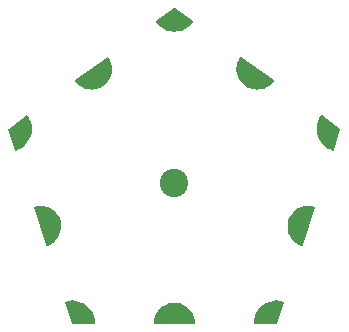
<source format=gbr>
G04 EAGLE Gerber RS-274X export*
G75*
%MOMM*%
%FSLAX34Y34*%
%LPD*%
%INSoldermask Bottom*%
%IPPOS*%
%AMOC8*
5,1,8,0,0,1.08239X$1,22.5*%
G01*
%ADD10C,2.401600*%
%ADD11C,0.901600*%

G36*
X418224Y425214D02*
X418224Y425214D01*
X418257Y425222D01*
X418306Y425223D01*
X421059Y425776D01*
X421091Y425789D01*
X421138Y425799D01*
X423763Y426796D01*
X423792Y426815D01*
X423837Y426832D01*
X426262Y428248D01*
X426288Y428271D01*
X426329Y428295D01*
X428488Y430091D01*
X428510Y430119D01*
X428547Y430149D01*
X430380Y432276D01*
X430394Y432301D01*
X430415Y432322D01*
X430443Y432388D01*
X430477Y432449D01*
X430481Y432479D01*
X430492Y432505D01*
X430491Y432576D01*
X430499Y432647D01*
X430491Y432675D01*
X430491Y432704D01*
X430463Y432770D01*
X430442Y432838D01*
X430424Y432860D01*
X430412Y432887D01*
X430342Y432958D01*
X430336Y432966D01*
X430325Y432981D01*
X430322Y432983D01*
X430315Y432991D01*
X430305Y432996D01*
X430296Y433006D01*
X402796Y453006D01*
X402769Y453018D01*
X402747Y453037D01*
X402679Y453059D01*
X402615Y453088D01*
X402586Y453089D01*
X402558Y453098D01*
X402487Y453092D01*
X402416Y453094D01*
X402389Y453083D01*
X402360Y453081D01*
X402297Y453047D01*
X402231Y453021D01*
X402210Y453001D01*
X402184Y452987D01*
X402137Y452933D01*
X402130Y452928D01*
X402122Y452916D01*
X402119Y452912D01*
X402089Y452882D01*
X402084Y452872D01*
X402075Y452861D01*
X400617Y450462D01*
X400605Y450429D01*
X400580Y450388D01*
X399537Y447781D01*
X399535Y447771D01*
X399533Y447768D01*
X399528Y447742D01*
X399512Y447702D01*
X398912Y444959D01*
X398912Y444924D01*
X398901Y444877D01*
X398761Y442073D01*
X398766Y442039D01*
X398763Y441991D01*
X399086Y439201D01*
X399097Y439168D01*
X399102Y439120D01*
X399880Y436422D01*
X399894Y436396D01*
X399894Y436395D01*
X399895Y436394D01*
X399896Y436391D01*
X399909Y436345D01*
X401121Y433812D01*
X401141Y433784D01*
X401162Y433741D01*
X402774Y431441D01*
X402799Y431417D01*
X402826Y431378D01*
X404795Y429375D01*
X404823Y429355D01*
X404857Y429321D01*
X407128Y427669D01*
X407159Y427655D01*
X407198Y427627D01*
X409710Y426371D01*
X409744Y426362D01*
X409787Y426341D01*
X412471Y425516D01*
X412506Y425513D01*
X412552Y425498D01*
X415335Y425127D01*
X415369Y425129D01*
X415417Y425122D01*
X418224Y425214D01*
G37*
G36*
X277021Y425128D02*
X277021Y425128D01*
X277069Y425127D01*
X279853Y425498D01*
X279885Y425510D01*
X279933Y425516D01*
X282617Y426341D01*
X282648Y426357D01*
X282694Y426371D01*
X285206Y427627D01*
X285233Y427648D01*
X285276Y427669D01*
X287547Y429321D01*
X287570Y429347D01*
X287609Y429375D01*
X289578Y431378D01*
X289596Y431407D01*
X289630Y431441D01*
X291242Y433741D01*
X291256Y433772D01*
X291283Y433812D01*
X292495Y436345D01*
X292503Y436379D01*
X292524Y436422D01*
X293302Y439120D01*
X293304Y439155D01*
X293318Y439201D01*
X293641Y441991D01*
X293638Y442025D01*
X293643Y442073D01*
X293503Y444877D01*
X293494Y444911D01*
X293492Y444959D01*
X292892Y447702D01*
X292878Y447734D01*
X292867Y447781D01*
X291824Y450388D01*
X291805Y450417D01*
X291787Y450462D01*
X290329Y452861D01*
X290309Y452883D01*
X290296Y452909D01*
X290256Y452943D01*
X290250Y452951D01*
X290240Y452957D01*
X290194Y453007D01*
X290167Y453019D01*
X290145Y453038D01*
X290077Y453060D01*
X290012Y453089D01*
X289983Y453090D01*
X289955Y453098D01*
X289885Y453092D01*
X289814Y453093D01*
X289786Y453083D01*
X289757Y453080D01*
X289679Y453041D01*
X289678Y453041D01*
X289678Y453040D01*
X289668Y453036D01*
X289629Y453020D01*
X289621Y453012D01*
X289608Y453006D01*
X262108Y433006D01*
X262089Y432984D01*
X262064Y432969D01*
X262056Y432958D01*
X262054Y432956D01*
X262022Y432912D01*
X261974Y432859D01*
X261964Y432832D01*
X261947Y432808D01*
X261931Y432739D01*
X261908Y432672D01*
X261909Y432643D01*
X261903Y432614D01*
X261915Y432544D01*
X261920Y432473D01*
X261933Y432447D01*
X261938Y432418D01*
X261989Y432333D01*
X262008Y432295D01*
X262017Y432288D01*
X262024Y432276D01*
X263857Y430149D01*
X263885Y430128D01*
X263916Y430091D01*
X266075Y428295D01*
X266105Y428279D01*
X266142Y428248D01*
X268567Y426832D01*
X268600Y426821D01*
X268641Y426796D01*
X271266Y425799D01*
X271300Y425793D01*
X271345Y425776D01*
X274098Y425223D01*
X274133Y425224D01*
X274180Y425214D01*
X276987Y425122D01*
X277021Y425128D01*
G37*
G36*
X363231Y226509D02*
X363231Y226509D01*
X363260Y226506D01*
X363327Y226528D01*
X363397Y226542D01*
X363421Y226559D01*
X363449Y226568D01*
X363502Y226615D01*
X363561Y226655D01*
X363577Y226679D01*
X363599Y226699D01*
X363630Y226763D01*
X363668Y226822D01*
X363673Y226851D01*
X363685Y226877D01*
X363694Y226977D01*
X363701Y227019D01*
X363698Y227029D01*
X363700Y227043D01*
X363468Y229841D01*
X363458Y229875D01*
X363454Y229923D01*
X362765Y232644D01*
X362750Y232676D01*
X362738Y232722D01*
X361610Y235294D01*
X361590Y235322D01*
X361571Y235366D01*
X360035Y237717D01*
X360011Y237741D01*
X359985Y237782D01*
X358083Y239847D01*
X358055Y239868D01*
X358022Y239903D01*
X355807Y241628D01*
X355776Y241643D01*
X355738Y241673D01*
X353268Y243009D01*
X353235Y243019D01*
X353193Y243042D01*
X350553Y243949D01*
X350537Y243954D01*
X350503Y243959D01*
X350457Y243974D01*
X347688Y244436D01*
X347653Y244435D01*
X347606Y244443D01*
X344798Y244443D01*
X344764Y244436D01*
X344716Y244436D01*
X341947Y243974D01*
X341914Y243962D01*
X341867Y243954D01*
X339211Y243042D01*
X339181Y243025D01*
X339136Y243009D01*
X336666Y241673D01*
X336640Y241651D01*
X336597Y241628D01*
X334382Y239903D01*
X334359Y239877D01*
X334321Y239847D01*
X332419Y237782D01*
X332401Y237752D01*
X332369Y237717D01*
X330833Y235366D01*
X330820Y235334D01*
X330794Y235294D01*
X329666Y232722D01*
X329659Y232689D01*
X329656Y232682D01*
X329650Y232673D01*
X329649Y232667D01*
X329639Y232644D01*
X328950Y229923D01*
X328948Y229888D01*
X328936Y229841D01*
X328704Y227043D01*
X328708Y227014D01*
X328703Y226985D01*
X328720Y226916D01*
X328728Y226846D01*
X328742Y226820D01*
X328749Y226792D01*
X328791Y226735D01*
X328826Y226673D01*
X328850Y226655D01*
X328867Y226632D01*
X328928Y226596D01*
X328985Y226553D01*
X329013Y226545D01*
X329038Y226530D01*
X329136Y226514D01*
X329177Y226503D01*
X329188Y226505D01*
X329202Y226503D01*
X363202Y226503D01*
X363231Y226509D01*
G37*
G36*
X454333Y292709D02*
X454333Y292709D01*
X454362Y292706D01*
X454429Y292729D01*
X454499Y292743D01*
X454523Y292760D01*
X454550Y292769D01*
X454604Y292816D01*
X454662Y292856D01*
X454678Y292881D01*
X454700Y292900D01*
X454746Y292988D01*
X454769Y293024D01*
X454770Y293035D01*
X454777Y293048D01*
X465277Y325348D01*
X465280Y325377D01*
X465291Y325404D01*
X465291Y325475D01*
X465299Y325545D01*
X465291Y325573D01*
X465291Y325602D01*
X465263Y325668D01*
X465243Y325736D01*
X465225Y325758D01*
X465213Y325785D01*
X465162Y325835D01*
X465117Y325890D01*
X465091Y325903D01*
X465070Y325923D01*
X464978Y325962D01*
X464941Y325982D01*
X464929Y325983D01*
X464917Y325988D01*
X462187Y326632D01*
X462152Y326633D01*
X462105Y326644D01*
X459307Y326830D01*
X459272Y326825D01*
X459224Y326828D01*
X456433Y326551D01*
X456400Y326541D01*
X456352Y326536D01*
X453645Y325803D01*
X453614Y325788D01*
X453567Y325775D01*
X451018Y324607D01*
X450990Y324586D01*
X450946Y324566D01*
X448623Y322994D01*
X448599Y322969D01*
X448559Y322942D01*
X446527Y321009D01*
X446507Y320981D01*
X446472Y320947D01*
X444786Y318706D01*
X444771Y318675D01*
X444742Y318636D01*
X443448Y316148D01*
X443438Y316115D01*
X443416Y316072D01*
X442549Y313405D01*
X442545Y313370D01*
X442530Y313325D01*
X442114Y310551D01*
X442115Y310516D01*
X442108Y310469D01*
X442154Y307664D01*
X442155Y307662D01*
X442162Y307630D01*
X442162Y307582D01*
X442669Y304824D01*
X442682Y304791D01*
X442691Y304744D01*
X443645Y302107D01*
X443663Y302077D01*
X443679Y302032D01*
X445054Y299587D01*
X445077Y299561D01*
X445101Y299519D01*
X446859Y297334D01*
X446886Y297312D01*
X446916Y297274D01*
X449011Y295409D01*
X449040Y295391D01*
X449076Y295359D01*
X451449Y293864D01*
X451482Y293852D01*
X451522Y293826D01*
X454109Y292742D01*
X454138Y292736D01*
X454163Y292722D01*
X454234Y292717D01*
X454304Y292703D01*
X454333Y292709D01*
G37*
G36*
X238104Y292708D02*
X238104Y292708D01*
X238133Y292704D01*
X238230Y292726D01*
X238272Y292733D01*
X238282Y292738D01*
X238295Y292742D01*
X240882Y293826D01*
X240910Y293845D01*
X240955Y293864D01*
X243328Y295359D01*
X243353Y295383D01*
X243394Y295409D01*
X245488Y297274D01*
X245509Y297302D01*
X245545Y297334D01*
X247303Y299519D01*
X247319Y299550D01*
X247350Y299587D01*
X248725Y302032D01*
X248735Y302065D01*
X248759Y302107D01*
X249713Y304744D01*
X249718Y304778D01*
X249735Y304824D01*
X250242Y307582D01*
X250241Y307617D01*
X250250Y307664D01*
X250296Y310469D01*
X250289Y310503D01*
X250290Y310551D01*
X249874Y313325D01*
X249862Y313357D01*
X249855Y313405D01*
X248988Y316072D01*
X248971Y316102D01*
X248956Y316148D01*
X247662Y318636D01*
X247640Y318663D01*
X247618Y318706D01*
X245932Y320947D01*
X245906Y320970D01*
X245877Y321009D01*
X243845Y322942D01*
X243816Y322960D01*
X243781Y322994D01*
X241458Y324566D01*
X241426Y324579D01*
X241386Y324607D01*
X238837Y325775D01*
X238803Y325783D01*
X238759Y325803D01*
X236052Y326536D01*
X236017Y326538D01*
X235971Y326551D01*
X233180Y326828D01*
X233145Y326825D01*
X233097Y326830D01*
X230299Y326644D01*
X230265Y326635D01*
X230217Y326632D01*
X227487Y325988D01*
X227461Y325976D01*
X227432Y325971D01*
X227371Y325934D01*
X227307Y325905D01*
X227287Y325883D01*
X227262Y325868D01*
X227221Y325810D01*
X227173Y325758D01*
X227163Y325730D01*
X227146Y325706D01*
X227131Y325637D01*
X227107Y325570D01*
X227109Y325541D01*
X227103Y325512D01*
X227117Y325414D01*
X227120Y325371D01*
X227125Y325361D01*
X227127Y325348D01*
X237627Y293048D01*
X237642Y293022D01*
X237648Y292994D01*
X237690Y292936D01*
X237725Y292875D01*
X237748Y292857D01*
X237765Y292833D01*
X237826Y292797D01*
X237883Y292753D01*
X237911Y292746D01*
X237936Y292731D01*
X238006Y292721D01*
X238075Y292703D01*
X238104Y292708D01*
G37*
G36*
X278630Y226508D02*
X278630Y226508D01*
X278658Y226506D01*
X278726Y226528D01*
X278797Y226542D01*
X278820Y226558D01*
X278847Y226567D01*
X278901Y226614D01*
X278961Y226655D01*
X278976Y226679D01*
X278997Y226697D01*
X279029Y226762D01*
X279068Y226822D01*
X279073Y226850D01*
X279085Y226875D01*
X279094Y226978D01*
X279101Y227019D01*
X279099Y227029D01*
X279100Y227041D01*
X278866Y230017D01*
X278857Y230049D01*
X278854Y230095D01*
X278158Y232998D01*
X278144Y233028D01*
X278134Y233072D01*
X276992Y235831D01*
X276973Y235858D01*
X276956Y235901D01*
X275397Y238446D01*
X275374Y238471D01*
X275351Y238510D01*
X273413Y240780D01*
X273386Y240801D01*
X273357Y240836D01*
X271088Y242775D01*
X271059Y242791D01*
X271024Y242821D01*
X268479Y244382D01*
X268448Y244393D01*
X268409Y244417D01*
X265651Y245560D01*
X265619Y245567D01*
X265577Y245585D01*
X262674Y246282D01*
X262641Y246283D01*
X262597Y246295D01*
X259621Y246529D01*
X259588Y246525D01*
X259542Y246529D01*
X256566Y246296D01*
X256534Y246287D01*
X256489Y246284D01*
X253586Y245587D01*
X253560Y245575D01*
X253532Y245571D01*
X253470Y245534D01*
X253405Y245504D01*
X253386Y245482D01*
X253362Y245468D01*
X253320Y245409D01*
X253272Y245356D01*
X253263Y245329D01*
X253246Y245306D01*
X253231Y245236D01*
X253207Y245168D01*
X253209Y245140D01*
X253203Y245112D01*
X253218Y245012D01*
X253221Y244970D01*
X253225Y244960D01*
X253227Y244947D01*
X259127Y226847D01*
X259142Y226821D01*
X259149Y226792D01*
X259191Y226735D01*
X259225Y226674D01*
X259249Y226656D01*
X259267Y226632D01*
X259327Y226596D01*
X259383Y226553D01*
X259412Y226546D01*
X259438Y226530D01*
X259534Y226514D01*
X259576Y226503D01*
X259588Y226505D01*
X259602Y226503D01*
X278602Y226503D01*
X278630Y226508D01*
G37*
G36*
X432831Y226509D02*
X432831Y226509D01*
X432861Y226506D01*
X432928Y226528D01*
X432997Y226542D01*
X433022Y226559D01*
X433050Y226569D01*
X433103Y226615D01*
X433161Y226655D01*
X433177Y226680D01*
X433199Y226700D01*
X433245Y226786D01*
X433268Y226822D01*
X433270Y226834D01*
X433277Y226847D01*
X439177Y244947D01*
X439180Y244976D01*
X439191Y245002D01*
X439191Y245074D01*
X439199Y245145D01*
X439191Y245172D01*
X439191Y245201D01*
X439164Y245267D01*
X439143Y245336D01*
X439125Y245358D01*
X439114Y245384D01*
X439063Y245434D01*
X439017Y245489D01*
X438992Y245502D01*
X438972Y245522D01*
X438878Y245562D01*
X438841Y245582D01*
X438830Y245582D01*
X438818Y245587D01*
X435915Y246284D01*
X435882Y246285D01*
X435838Y246296D01*
X432862Y246529D01*
X432829Y246525D01*
X432783Y246529D01*
X429807Y246295D01*
X429775Y246285D01*
X429730Y246282D01*
X426827Y245585D01*
X426797Y245571D01*
X426753Y245560D01*
X424040Y244436D01*
X423995Y244417D01*
X423967Y244399D01*
X423925Y244382D01*
X421380Y242821D01*
X421356Y242799D01*
X421316Y242775D01*
X419047Y240836D01*
X419026Y240810D01*
X418991Y240780D01*
X417053Y238510D01*
X417037Y238481D01*
X417007Y238446D01*
X415448Y235901D01*
X415436Y235869D01*
X415412Y235831D01*
X414270Y233072D01*
X414264Y233040D01*
X414246Y232998D01*
X413550Y230095D01*
X413549Y230062D01*
X413538Y230017D01*
X413304Y227041D01*
X413308Y227013D01*
X413303Y226985D01*
X413320Y226915D01*
X413329Y226844D01*
X413343Y226819D01*
X413349Y226792D01*
X413392Y226734D01*
X413428Y226671D01*
X413450Y226655D01*
X413467Y226632D01*
X413529Y226595D01*
X413587Y226552D01*
X413614Y226545D01*
X413638Y226530D01*
X413739Y226513D01*
X413779Y226503D01*
X413790Y226505D01*
X413802Y226503D01*
X432802Y226503D01*
X432831Y226509D01*
G37*
G36*
X349219Y474292D02*
X349219Y474292D01*
X349251Y474301D01*
X349296Y474304D01*
X352201Y475002D01*
X352231Y475016D01*
X352275Y475026D01*
X355035Y476169D01*
X355063Y476187D01*
X355105Y476204D01*
X357652Y477765D01*
X357676Y477788D01*
X357715Y477811D01*
X359986Y479751D01*
X360007Y479777D01*
X360042Y479806D01*
X361982Y482078D01*
X361996Y482103D01*
X362016Y482124D01*
X362044Y482189D01*
X362078Y482252D01*
X362081Y482281D01*
X362092Y482307D01*
X362092Y482379D01*
X362099Y482449D01*
X362091Y482477D01*
X362090Y482506D01*
X362062Y482572D01*
X362041Y482640D01*
X362022Y482662D01*
X362011Y482689D01*
X361941Y482760D01*
X361914Y482792D01*
X361904Y482797D01*
X361894Y482807D01*
X346494Y493907D01*
X346468Y493919D01*
X346447Y493937D01*
X346378Y493959D01*
X346313Y493989D01*
X346284Y493989D01*
X346257Y493998D01*
X346186Y493992D01*
X346114Y493993D01*
X346088Y493983D01*
X346059Y493980D01*
X345968Y493936D01*
X345929Y493920D01*
X345922Y493913D01*
X345910Y493907D01*
X330510Y482807D01*
X330490Y482786D01*
X330465Y482771D01*
X330423Y482713D01*
X330375Y482661D01*
X330365Y482634D01*
X330348Y482610D01*
X330332Y482541D01*
X330308Y482474D01*
X330310Y482445D01*
X330303Y482416D01*
X330315Y482346D01*
X330319Y482275D01*
X330332Y482249D01*
X330337Y482221D01*
X330388Y482135D01*
X330407Y482097D01*
X330415Y482090D01*
X330422Y482078D01*
X332362Y479806D01*
X332388Y479786D01*
X332418Y479751D01*
X334689Y477811D01*
X334718Y477795D01*
X334752Y477765D01*
X337299Y476204D01*
X337330Y476193D01*
X337369Y476169D01*
X340129Y475026D01*
X340161Y475019D01*
X340203Y475002D01*
X343108Y474304D01*
X343141Y474303D01*
X343185Y474292D01*
X346163Y474058D01*
X346196Y474062D01*
X346241Y474058D01*
X349219Y474292D01*
G37*
G36*
X480534Y373209D02*
X480534Y373209D01*
X480563Y373206D01*
X480631Y373229D01*
X480701Y373244D01*
X480724Y373260D01*
X480752Y373270D01*
X480805Y373317D01*
X480864Y373358D01*
X480879Y373382D01*
X480901Y373401D01*
X480947Y373491D01*
X480969Y373527D01*
X480971Y373537D01*
X480977Y373549D01*
X486777Y391549D01*
X486780Y391577D01*
X486792Y391604D01*
X486791Y391675D01*
X486799Y391747D01*
X486791Y391774D01*
X486791Y391803D01*
X486763Y391869D01*
X486742Y391937D01*
X486724Y391959D01*
X486713Y391986D01*
X486643Y392058D01*
X486616Y392090D01*
X486606Y392095D01*
X486597Y392105D01*
X471297Y403305D01*
X471270Y403317D01*
X471248Y403336D01*
X471181Y403358D01*
X471116Y403388D01*
X471087Y403389D01*
X471059Y403398D01*
X470989Y403392D01*
X470918Y403394D01*
X470890Y403384D01*
X470861Y403381D01*
X470798Y403348D01*
X470732Y403322D01*
X470711Y403302D01*
X470686Y403288D01*
X470620Y403213D01*
X470590Y403183D01*
X470585Y403173D01*
X470576Y403163D01*
X469021Y400623D01*
X469010Y400592D01*
X468986Y400553D01*
X467847Y397801D01*
X467841Y397769D01*
X467823Y397727D01*
X467129Y394831D01*
X467128Y394798D01*
X467117Y394754D01*
X466884Y391785D01*
X466888Y391752D01*
X466884Y391706D01*
X467119Y388738D01*
X467128Y388706D01*
X467131Y388660D01*
X467828Y385765D01*
X467842Y385735D01*
X467852Y385691D01*
X468992Y382940D01*
X469011Y382912D01*
X469028Y382870D01*
X470585Y380331D01*
X470608Y380307D01*
X470631Y380268D01*
X472566Y378004D01*
X472592Y377984D01*
X472621Y377949D01*
X474887Y376016D01*
X474916Y376000D01*
X474950Y375970D01*
X477490Y374415D01*
X477521Y374403D01*
X477559Y374379D01*
X480311Y373241D01*
X480339Y373235D01*
X480365Y373222D01*
X480436Y373216D01*
X480506Y373203D01*
X480534Y373209D01*
G37*
G36*
X211902Y373208D02*
X211902Y373208D01*
X211931Y373204D01*
X212029Y373226D01*
X212071Y373232D01*
X212080Y373238D01*
X212093Y373241D01*
X214845Y374379D01*
X214872Y374398D01*
X214914Y374415D01*
X217454Y375970D01*
X217478Y375992D01*
X217518Y376016D01*
X219783Y377949D01*
X219803Y377975D01*
X219838Y378004D01*
X221773Y380268D01*
X221789Y380297D01*
X221819Y380331D01*
X223376Y382870D01*
X223387Y382901D01*
X223412Y382940D01*
X224552Y385691D01*
X224559Y385723D01*
X224576Y385765D01*
X225273Y388660D01*
X225274Y388694D01*
X225285Y388738D01*
X225520Y391706D01*
X225516Y391739D01*
X225520Y391785D01*
X225287Y394754D01*
X225278Y394786D01*
X225275Y394831D01*
X224581Y397727D01*
X224567Y397757D01*
X224557Y397801D01*
X223418Y400553D01*
X223400Y400581D01*
X223383Y400623D01*
X221828Y403163D01*
X221808Y403184D01*
X221795Y403210D01*
X221741Y403256D01*
X221692Y403308D01*
X221666Y403320D01*
X221643Y403339D01*
X221576Y403360D01*
X221511Y403389D01*
X221482Y403390D01*
X221454Y403399D01*
X221383Y403392D01*
X221312Y403393D01*
X221285Y403382D01*
X221256Y403379D01*
X221167Y403335D01*
X221127Y403319D01*
X221119Y403311D01*
X221107Y403305D01*
X205807Y392105D01*
X205788Y392084D01*
X205763Y392069D01*
X205722Y392011D01*
X205673Y391958D01*
X205664Y391931D01*
X205647Y391907D01*
X205631Y391838D01*
X205607Y391770D01*
X205609Y391742D01*
X205603Y391714D01*
X205617Y391614D01*
X205620Y391572D01*
X205625Y391562D01*
X205627Y391549D01*
X211427Y373549D01*
X211441Y373524D01*
X211447Y373496D01*
X211489Y373438D01*
X211524Y373376D01*
X211547Y373358D01*
X211564Y373335D01*
X211625Y373298D01*
X211682Y373254D01*
X211709Y373247D01*
X211734Y373232D01*
X211805Y373222D01*
X211874Y373204D01*
X211902Y373208D01*
G37*
D10*
X346202Y346202D03*
D11*
X346202Y486702D03*
X479802Y389602D03*
X428802Y232502D03*
X263602Y232502D03*
X212602Y389602D03*
X413002Y438202D03*
X454302Y311102D03*
X346202Y232502D03*
X238102Y311102D03*
X279402Y438202D03*
M02*

</source>
